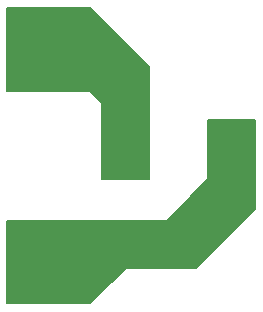
<source format=gbr>
%TF.GenerationSoftware,KiCad,Pcbnew,(6.0.7)*%
%TF.CreationDate,2023-04-13T09:30:39-06:00*%
%TF.ProjectId,TTW,5454572e-6b69-4636-9164-5f7063625858,rev?*%
%TF.SameCoordinates,Original*%
%TF.FileFunction,Copper,L1,Top*%
%TF.FilePolarity,Positive*%
%FSLAX46Y46*%
G04 Gerber Fmt 4.6, Leading zero omitted, Abs format (unit mm)*
G04 Created by KiCad (PCBNEW (6.0.7)) date 2023-04-13 09:30:39*
%MOMM*%
%LPD*%
G01*
G04 APERTURE LIST*
%TA.AperFunction,NonConductor*%
%ADD10C,0.200000*%
%TD*%
G04 APERTURE END LIST*
D10*
G36*
X94500000Y-105000000D02*
G01*
X94500000Y-106000000D01*
X92000000Y-103500000D01*
X92000000Y-102500000D01*
X94500000Y-105000000D01*
G37*
X94500000Y-105000000D02*
X94500000Y-106000000D01*
X92000000Y-103500000D01*
X92000000Y-102500000D01*
X94500000Y-105000000D01*
G36*
X106000000Y-117000000D02*
G01*
X101000000Y-122000000D01*
X95000000Y-122000000D01*
X92000000Y-125000000D01*
X92000000Y-118000000D01*
X98500000Y-118000000D01*
X102000000Y-114500000D01*
X106000000Y-114500000D01*
X106000000Y-117000000D01*
G37*
X106000000Y-117000000D02*
X101000000Y-122000000D01*
X95000000Y-122000000D01*
X92000000Y-125000000D01*
X92000000Y-118000000D01*
X98500000Y-118000000D01*
X102000000Y-114500000D01*
X106000000Y-114500000D01*
X106000000Y-117000000D01*
G36*
X97000000Y-105000000D02*
G01*
X97000000Y-109500000D01*
X93000000Y-109500000D01*
X93000000Y-108000000D01*
X92000000Y-107000000D01*
X92000000Y-100000000D01*
X97000000Y-105000000D01*
G37*
X97000000Y-105000000D02*
X97000000Y-109500000D01*
X93000000Y-109500000D01*
X93000000Y-108000000D01*
X92000000Y-107000000D01*
X92000000Y-100000000D01*
X97000000Y-105000000D01*
X102000000Y-109500000D02*
X106000000Y-109500000D01*
X106000000Y-109500000D02*
X106000000Y-114500000D01*
X106000000Y-114500000D02*
X102000000Y-114500000D01*
X102000000Y-114500000D02*
X102000000Y-109500000D01*
G36*
X102000000Y-109500000D02*
G01*
X106000000Y-109500000D01*
X106000000Y-114500000D01*
X102000000Y-114500000D01*
X102000000Y-109500000D01*
G37*
X85000000Y-100000000D02*
X92000000Y-100000000D01*
X92000000Y-100000000D02*
X92000000Y-107000000D01*
X92000000Y-107000000D02*
X85000000Y-107000000D01*
X85000000Y-107000000D02*
X85000000Y-100000000D01*
G36*
X85000000Y-100000000D02*
G01*
X92000000Y-100000000D01*
X92000000Y-107000000D01*
X85000000Y-107000000D01*
X85000000Y-100000000D01*
G37*
X93000000Y-109500000D02*
X97000000Y-109500000D01*
X97000000Y-109500000D02*
X97000000Y-114500000D01*
X97000000Y-114500000D02*
X93000000Y-114500000D01*
X93000000Y-114500000D02*
X93000000Y-109500000D01*
G36*
X93000000Y-109500000D02*
G01*
X97000000Y-109500000D01*
X97000000Y-114500000D01*
X93000000Y-114500000D01*
X93000000Y-109500000D01*
G37*
X85000000Y-118000000D02*
X92000000Y-118000000D01*
X92000000Y-118000000D02*
X92000000Y-125000000D01*
X92000000Y-125000000D02*
X85000000Y-125000000D01*
X85000000Y-125000000D02*
X85000000Y-118000000D01*
G36*
X85000000Y-118000000D02*
G01*
X92000000Y-118000000D01*
X92000000Y-125000000D01*
X85000000Y-125000000D01*
X85000000Y-118000000D01*
G37*
M02*

</source>
